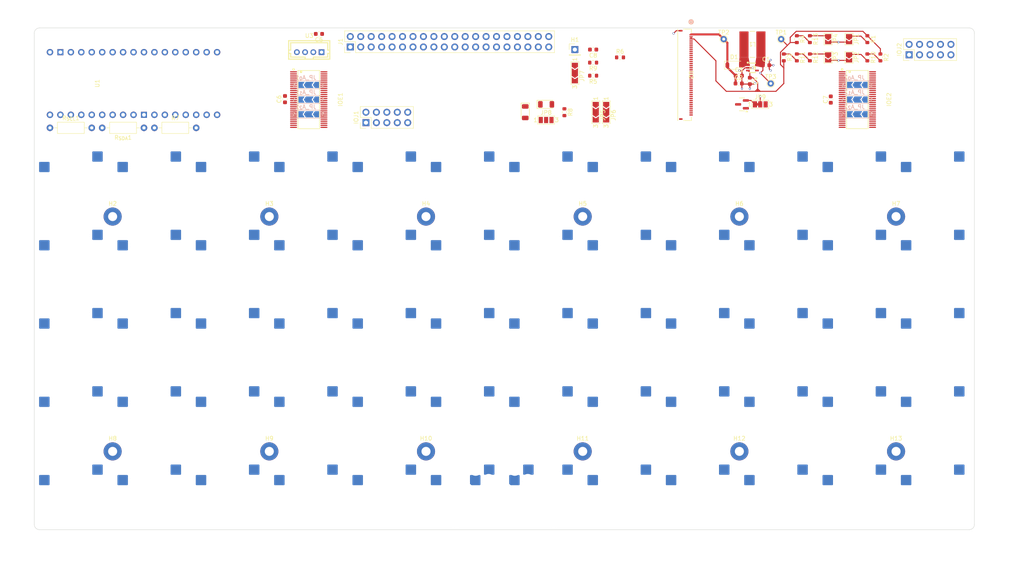
<source format=kicad_pcb>
(kicad_pcb
	(version 20241229)
	(generator "pcbnew")
	(generator_version "9.0")
	(general
		(thickness 1.6)
		(legacy_teardrops no)
	)
	(paper "A4")
	(layers
		(0 "F.Cu" signal)
		(4 "In1.Cu" signal)
		(6 "In2.Cu" signal)
		(2 "B.Cu" signal)
		(9 "F.Adhes" user "F.Adhesive")
		(11 "B.Adhes" user "B.Adhesive")
		(13 "F.Paste" user)
		(15 "B.Paste" user)
		(5 "F.SilkS" user "F.Silkscreen")
		(7 "B.SilkS" user "B.Silkscreen")
		(1 "F.Mask" user)
		(3 "B.Mask" user)
		(17 "Dwgs.User" user "User.Drawings")
		(19 "Cmts.User" user "User.Comments")
		(21 "Eco1.User" user "User.Eco1")
		(23 "Eco2.User" user "User.Eco2")
		(25 "Edge.Cuts" user)
		(27 "Margin" user)
		(31 "F.CrtYd" user "F.Courtyard")
		(29 "B.CrtYd" user "B.Courtyard")
		(35 "F.Fab" user)
		(33 "B.Fab" user)
		(39 "User.1" user)
		(41 "User.2" user)
		(43 "User.3" user)
		(45 "User.4" user)
		(47 "User.5" user)
		(49 "User.6" user)
		(51 "User.7" user)
		(53 "User.8" user)
		(55 "User.9" user)
	)
	(setup
		(stackup
			(layer "F.SilkS"
				(type "Top Silk Screen")
			)
			(layer "F.Paste"
				(type "Top Solder Paste")
			)
			(layer "F.Mask"
				(type "Top Solder Mask")
				(thickness 0.01)
			)
			(layer "F.Cu"
				(type "copper")
				(thickness 0.035)
			)
			(layer "dielectric 1"
				(type "prepreg")
				(thickness 0.1)
				(material "FR4")
				(epsilon_r 4.5)
				(loss_tangent 0.02)
			)
			(layer "In1.Cu"
				(type "copper")
				(thickness 0.035)
			)
			(layer "dielectric 2"
				(type "core")
				(thickness 1.24)
				(material "FR4")
				(epsilon_r 4.5)
				(loss_tangent 0.02)
			)
			(layer "In2.Cu"
				(type "copper")
				(thickness 0.035)
			)
			(layer "dielectric 3"
				(type "prepreg")
				(thickness 0.1)
				(material "FR4")
				(epsilon_r 4.5)
				(loss_tangent 0.02)
			)
			(layer "B.Cu"
				(type "copper")
				(thickness 0.035)
			)
			(layer "B.Mask"
				(type "Bottom Solder Mask")
				(thickness 0.01)
			)
			(layer "B.Paste"
				(type "Bottom Solder Paste")
			)
			(layer "B.SilkS"
				(type "Bottom Silk Screen")
			)
			(copper_finish "HAL lead-free")
			(dielectric_constraints no)
		)
		(pad_to_mask_clearance 0)
		(allow_soldermask_bridges_in_footprints no)
		(tenting front back)
		(pcbplotparams
			(layerselection 0x00000000_00000000_55555555_5755f5ff)
			(plot_on_all_layers_selection 0x00000000_00000000_00000000_00000000)
			(disableapertmacros no)
			(usegerberextensions no)
			(usegerberattributes yes)
			(usegerberadvancedattributes yes)
			(creategerberjobfile yes)
			(dashed_line_dash_ratio 12.000000)
			(dashed_line_gap_ratio 3.000000)
			(svgprecision 4)
			(plotframeref no)
			(mode 1)
			(useauxorigin no)
			(hpglpennumber 1)
			(hpglpenspeed 20)
			(hpglpendiameter 15.000000)
			(pdf_front_fp_property_popups yes)
			(pdf_back_fp_property_popups yes)
			(pdf_metadata yes)
			(pdf_single_document no)
			(dxfpolygonmode yes)
			(dxfimperialunits yes)
			(dxfusepcbnewfont yes)
			(psnegative no)
			(psa4output no)
			(plot_black_and_white yes)
			(sketchpadsonfab no)
			(plotpadnumbers no)
			(hidednponfab no)
			(sketchdnponfab yes)
			(crossoutdnponfab yes)
			(subtractmaskfromsilk no)
			(outputformat 1)
			(mirror no)
			(drillshape 1)
			(scaleselection 1)
			(outputdirectory "")
		)
	)
	(net 0 "")
	(net 1 "/LEDA_{TFT}")
	(net 2 "/LEDK_{TFT}")
	(net 3 "+3.3V")
	(net 4 "+5V")
	(net 5 "Net-(D2-A)")
	(net 6 "~{RST}")
	(net 7 "/~{RST_{TFT{slash}TP}}")
	(net 8 "/CS_{SPI{slash}TFT}")
	(net 9 "/Switch Matrix Left Half/SWPIN_{4,2}")
	(net 10 "/Switch Matrix Left Half/SWPIN_{0,2}")
	(net 11 "/Switch Matrix Left Half/SWPIN_{1,7}")
	(net 12 "/Switch Matrix Left Half/SWPIN_{3,7}")
	(net 13 "/Switch Matrix Left Half/SWPIN_{4,6}")
	(net 14 "/Switch Matrix Left Half/SWPIN_{3,5}")
	(net 15 "/Switch Matrix Left Half/SWPIN_{4,0}")
	(net 16 "/Switch Matrix Left Half/SWPIN_{2,1}")
	(net 17 "/Switch Matrix Left Half/SWPIN_{0,6}")
	(net 18 "/INT_{LR}")
	(net 19 "/Switch Matrix Left Half/SWPIN_{2,0}")
	(net 20 "/Switch Matrix Left Half/SWPIN_{1,2}")
	(net 21 "/Switch Matrix Left Half/SWPIN_{0,7}")
	(net 22 "/Switch Matrix Left Half/SWPIN_{0,4}")
	(net 23 "/Switch Matrix Left Half/SWPIN_{1,5}")
	(net 24 "/Switch Matrix Left Half/SWPIN_{2,2}")
	(net 25 "/Switch Matrix Left Half/SWPIN_{3,3}")
	(net 26 "/Switch Matrix Left Half/SWPIN_{4,3}")
	(net 27 "Net-(IOE1-A2)")
	(net 28 "/Switch Matrix Left Half/SWPIN_{2,6}")
	(net 29 "/Switch Matrix Left Half/SWPIN_{3,0}")
	(net 30 "/Switch Matrix Left Half/SWPIN_{4,7}")
	(net 31 "/Switch Matrix Left Half/SWPIN_{1,0}")
	(net 32 "Net-(IOE1-A0)")
	(net 33 "/Switch Matrix Left Half/SWPIN_{1,3}")
	(net 34 "/Switch Matrix Left Half/SWPIN_{1,4}")
	(net 35 "/Switch Matrix Left Half/SWPIN_{2,4}")
	(net 36 "/Switch Matrix Left Half/SWPIN_{2,5}")
	(net 37 "Net-(IOE1-A1)")
	(net 38 "/Switch Matrix Left Half/SWPIN_{3,1}")
	(net 39 "SCL")
	(net 40 "/Switch Matrix Left Half/SWPIN_{4,4}")
	(net 41 "/Switch Matrix Left Half/SWPIN_{0,0}")
	(net 42 "/Switch Matrix Left Half/SWPIN_{4,5}")
	(net 43 "/Switch Matrix Left Half/SWPIN_{3,6}")
	(net 44 "/Switch Matrix Left Half/SWPIN_{4,1}")
	(net 45 "/Switch Matrix Left Half/SWPIN_{1,1}")
	(net 46 "/Switch Matrix Left Half/SWPIN_{3,4}")
	(net 47 "/Switch Matrix Left Half/SWPIN_{0,3}")
	(net 48 "/Switch Matrix Left Half/SWPIN_{1,6}")
	(net 49 "/Switch Matrix Left Half/SWPIN_{2,7}")
	(net 50 "/Switch Matrix Left Half/SWPIN_{3,2}")
	(net 51 "SDA")
	(net 52 "/Switch Matrix Left Half/SWPIN_{2,3}")
	(net 53 "/Switch Matrix Left Half/SWPIN_{0,5}")
	(net 54 "/Switch Matrix Left Half/SWPIN_{0,1}")
	(net 55 "/Switch Matrix Right Half/SWPIN_{1,6}")
	(net 56 "/Switch Matrix Right Half/SWPIN_{4,4}")
	(net 57 "/Switch Matrix Right Half/SWPIN_{3,4}")
	(net 58 "Net-(IOE2-A0)")
	(net 59 "/Switch Matrix Right Half/SWPIN_{1,0}")
	(net 60 "/Switch Matrix Right Half/SWPIN_{2,3}")
	(net 61 "/Switch Matrix Right Half/SWPIN_{3,6}")
	(net 62 "Net-(IOE2-A1)")
	(net 63 "/Switch Matrix Right Half/SWPIN_{3,0}")
	(net 64 "/Switch Matrix Right Half/SWPIN_{0,2}")
	(net 65 "/Switch Matrix Right Half/SWPIN_{3,2}")
	(net 66 "/Switch Matrix Right Half/SWPIN_{1,3}")
	(net 67 "/Switch Matrix Right Half/SWPIN_{4,6}")
	(net 68 "/Switch Matrix Right Half/SWPIN_{2,4}")
	(net 69 "/Switch Matrix Right Half/SWPIN_{2,6}")
	(net 70 "/Switch Matrix Right Half/SWPIN_{1,4}")
	(net 71 "/Switch Matrix Right Half/SWPIN_{3,7}")
	(net 72 "/Switch Matrix Right Half/SWPIN_{3,5}")
	(net 73 "/Switch Matrix Right Half/SWPIN_{2,5}")
	(net 74 "/Switch Matrix Right Half/SWPIN_{4,5}")
	(net 75 "/Switch Matrix Right Half/SWPIN_{2,0}")
	(net 76 "unconnected-(U1-VBAT-Pad1)")
	(net 77 "/Switch Matrix Right Half/SWPIN_{4,0}")
	(net 78 "GND")
	(net 79 "/Switch Matrix Right Half/SWPIN_{1,2}")
	(net 80 "/Switch Matrix Right Half/SWPIN_{0,3}")
	(net 81 "/Switch Matrix Right Half/SWPIN_{0,7}")
	(net 82 "Net-(IOE2-A2)")
	(net 83 "/Switch Matrix Right Half/SWPIN_{2,2}")
	(net 84 "/Switch Matrix Right Half/SWPIN_{0,1}")
	(net 85 "/Switch Matrix Right Half/SWPIN_{0,4}")
	(net 86 "/Switch Matrix Right Half/SWPIN_{4,7}")
	(net 87 "/Switch Matrix Right Half/SWPIN_{0,0}")
	(net 88 "/Switch Matrix Right Half/SWPIN_{4,3}")
	(net 89 "/Switch Matrix Right Half/SWPIN_{2,7}")
	(net 90 "/Switch Matrix Right Half/SWPIN_{1,1}")
	(net 91 "/Switch Matrix Right Half/SWPIN_{0,5}")
	(net 92 "/Switch Matrix Right Half/SWPIN_{4,2}")
	(net 93 "/Switch Matrix Right Half/SWPIN_{0,6}")
	(net 94 "/Switch Matrix Right Half/SWPIN_{3,1}")
	(net 95 "/G5")
	(net 96 "/Switch Matrix Right Half/SWPIN_{2,1}")
	(net 97 "/Switch Matrix Right Half/SWPIN_{1,7}")
	(net 98 "/Switch Matrix Right Half/SWPIN_{4,1}")
	(net 99 "/Switch Matrix Right Half/SWPIN_{1,5}")
	(net 100 "/R1")
	(net 101 "/R5")
	(net 102 "/B1")
	(net 103 "/G2")
	(net 104 "/Switch Matrix Right Half/SWPIN_{3,3}")
	(net 105 "/SCK_{SPI}")
	(net 106 "/HSYNC_{TFT}")
	(net 107 "/B4")
	(net 108 "/G4")
	(net 109 "/MOSI_{SPI}")
	(net 110 "/IM0")
	(net 111 "+3.3V_{LDO2}")
	(net 112 "/G3")
	(net 113 "/DE_{TFT}")
	(net 114 "/IM1")
	(net 115 "/G1")
	(net 116 "/B2")
	(net 117 "/G0")
	(net 118 "/INT_{TP}")
	(net 119 "/R3")
	(net 120 "Net-(J1-Pin_12)")
	(net 121 "/R2")
	(net 122 "/VSYNC_{TFT}")
	(net 123 "Net-(JP1-A)")
	(net 124 "/B5")
	(net 125 "Net-(JP2-A)")
	(net 126 "/R4")
	(net 127 "Net-(JP3-A)")
	(net 128 "Net-(JP4-A)")
	(net 129 "/B3")
	(net 130 "/INT_{TP}{slash}~{RST_{TFT{slash}TP}}")
	(net 131 "Net-(JP9-A)")
	(net 132 "Net-(Q1-G)")
	(net 133 "/PCLK_{TFT}")
	(net 134 "/BGPWM_{TFT}")
	(net 135 "Net-(R10-Pad1)")
	(net 136 "Net-(R11-Pad2)")
	(net 137 "Net-(R13-Pad2)")
	(net 138 "Net-(R11-Pad1)")
	(net 139 "Net-(JP7-C)")
	(net 140 "/Backlight Boost Converter/VIN_{BST}")
	(net 141 "/Backlight Boost Converter/SW_{BST}")
	(footprint "easyeda2kicad:TSSOP-56_L14.0-W6.1-P0.50-LS8.1-BL" (layer "F.Cu") (at 226.17 55.98 -90))
	(footprint "MountingHole:MountingHole_2.2mm_M2_Pad" (layer "F.Cu") (at 197.485 141.605))
	(footprint "easyeda2kicad:TSSOP-56_L14.0-W6.1-P0.50-LS8.1-BL" (layer "F.Cu") (at 92.77 55.99 -90))
	(footprint "Resistor_SMD:R_0603_1608Metric" (layer "F.Cu") (at 214.63 41.275 -90))
	(footprint "Project_Library:CONN_F3311A7H121040E200_AMP" (layer "F.Cu") (at 184.15 49.975 -90))
	(footprint "easyeda2kicad:CONN-TH_B4B-PH-K-LF-SN" (layer "F.Cu") (at 92.885 44.45))
	(footprint "Capacitor_SMD:C_0603_1608Metric" (layer "F.Cu") (at 203.975 47.625))
	(footprint "Resistor_SMD:R_0603_1608Metric" (layer "F.Cu") (at 211.455 41.275 -90))
	(footprint "TestPoint:TestPoint_THTPad_D1.5mm_Drill0.7mm" (layer "F.Cu") (at 207.645 41.275))
	(footprint "Resistor_THT:R_Axial_DIN0207_L6.3mm_D2.5mm_P10.16mm_Horizontal" (layer "F.Cu") (at 55.245 62.865))
	(footprint "Resistor_SMD:R_0603_1608Metric" (layer "F.Cu") (at 168.465 45.72))
	(footprint "Connector_PinHeader_2.54mm:PinHeader_2x05_P2.54mm_Vertical" (layer "F.Cu") (at 106.68 61.6 90))
	(footprint "Project_Library:IND_BOURNS_SRR5028" (layer "F.Cu") (at 200.66 42.545 180))
	(footprint "MountingHole:MountingHole_2.2mm_M2_Pad" (layer "F.Cu") (at 121.285 84.455))
	(footprint "UnexpectedMaker:ProS3_TH" (layer "F.Cu") (at 50.165 52.05 90))
	(footprint "Diode_SMD:D_SOD-123" (layer "F.Cu") (at 196.215 47.625))
	(footprint "Resistor_SMD:R_0603_1608Metric" (layer "F.Cu") (at 211.455 45.72 -90))
	(footprint "Resistor_SMD:R_0603_1608Metric" (layer "F.Cu") (at 228.6 41.275 -90))
	(footprint "Connector_PinHeader_2.54mm:PinHeader_1x01_P2.54mm_Vertical" (layer "F.Cu") (at 157.48 43.815))
	(footprint "MountingHole:MountingHole_2.2mm_M2_Pad" (layer "F.Cu") (at 45.085 84.455))
	(footprint "Resistor_SMD:R_0603_1608Metric" (layer "F.Cu") (at 154.94 59.055 -90))
	(footprint "Jumper:SolderJumper-2_P1.3mm_Open_TrianglePad1.0x1.5mm" (layer "F.Cu") (at 224.155 41.275 -90))
	(footprint "MountingHole:MountingHole_2.2mm_M2_Pad" (layer "F.Cu") (at 83.185 141.605))
	(footprint "Jumper:SolderJumper-2_P1.3mm_Open_TrianglePad1.0x1.5mm" (layer "F.Cu") (at 224.155 45.72 -90))
	(footprint "Capacitor_SMD:C_0603_1608Metric" (layer "F.Cu") (at 219.71 55.98 90))
	(footprint "Resistor_THT:R_Axial_DIN0207_L6.3mm_D2.5mm_P10.16mm_Horizontal" (layer "F.Cu") (at 29.845 62.865))
	(footprint "PCM_JLCPCB:Q_SOT-23" (layer "F.Cu") (at 198.12 57.15 180))
	(footprint "Jumper:SolderJumper-3_P1.3mm_Open_Pad1.0x1.5mm_NumberLabels" (layer "F.Cu") (at 150.495 60.96))
	(footprint "MountingHole:MountingHole_2.2mm_M2_Pad" (layer "F.Cu") (at 159.385 84.455))
	(footprint "Jumper:SolderJumper-2_P1.3mm_Open_TrianglePad1.0x1.5mm" (layer "F.Cu") (at 219.075 45.72 -90))
	(footprint "MountingHole:MountingHole_2.2mm_M2_Pad" (layer "F.Cu") (at 235.585 84.455))
	(footprint "Resistor_SMD:R_0603_1608Metric" (layer "F.Cu") (at 208.28 45.72 -90))
	(footprint "Jumper:SolderJumper-2_P1.3mm_Open_TrianglePad1.0x1.5mm" (layer "F.Cu") (at 219.075 41.275 -90))
	(footprint "PCM_JLCPCB:D_SOD-123FL" (layer "F.Cu") (at 145.415 59.055 -90))
	(footprint "Resistor_SMD:R_0603_1608Metric"
		(layer "F.Cu")
		(uuid "94b58f35-dc6e-4854-b9bc-c8f92f6a87af")
		(at 231.775 45.72 -90)
		(descr "Resistor SMD 0603 (1608 Metric), square (rectangular) end terminal, IPC-7351 nominal, (Body size source: IPC-SM-782 page 72, https://www.pcb-3d.com/wordpress/wp-content/uploads/ipc-sm-782a_amendment_1_and_2.pdf), generated with kicad-footprint-generator")
		(tags "resistor")
		(property "Reference" "R2"
			(at 0 -1.43 90)
			(layer "F.SilkS")
			(uuid "042f0d98-1a2e-478a-96c6-c3626378b53a")
			(effects
				(font
					(size 1 1)
					(thickness 0.15)
				)
			)
		)
		(property "Value" "20 Ohm"
			(at 0 1.43 90)
			(layer "F.Fab")
			(uuid "116e6338-158d-4e2a-8b93-de31b57d2a5d")
			(effects
				(font
					(size 1 1)
					(thickness 0.15)
				)
			)
		)
		(property "Datasheet" "~"
			(at 0 0 90)
			(layer "F.Fab")
			(hide yes)
			(uuid "c8cb7783-45f9-45ea-ad15-07e692b9fee5")
			(effects
				(font
					(size 1.27 1.27)
					(thickness 0.15)
				)
			)
		)
		(property "Description" "Resistor"
			(at 0 0 90)
			(layer "F.Fab")
			(hide yes)
			(uuid "8c6cd404-fea5-4054-8257-77977a8d902d")
			(effects
				(font
					(size 1.27 1.27)
					(thickness 0.15)
				)
			)
		)
		(property "LCSC" ""
			(at 0 0 90)
			(layer "F.SilkS")
			(hide yes)
			(uuid "4292f85d-c8e0-4f0e-9d0f-21108b697875")
			(effects
				(font
					(size 1.27 1.27)
					(thickness 0.15)
				)
			)
		)
		(property ki_fp_filters "R_*")
		(path "/628f2de5-a5de-421c-af90-8153f9f7644b/22abb952-478a-46a0-ada1-733d1b8a97b5")
		(sheetname "/Backlight Boost Converter/")
		(sheetfile "backlight_boost_converter.kicad_sch")
		(attr smd)
		(fp_line
			(start -0.237258 0.5225)
			(end 0.237258 0.5225)
			(stroke
				(width 0.12)
				(type solid)
			)
			(layer "F.SilkS")
			(uuid "f941ef98-b5f4-4475-bc23-6ae9ba3efb5d")
		)
		(fp_line
			(start -0.237258 -0.5225)
			(end 0.237258 -0.5225)
			(stroke
				(width 0.12)
				(type solid)
			)
			(layer "F.SilkS")
			(uuid "6885c2c4-4ae2-4a8a-8299-1ada162b06f8")
		)
		(fp_line
			(start -1.48 0.73)
			(end -1.48 -0.73)
			(stroke
				(width 0.05)
				(type solid)
			)
			(layer "F.CrtYd")
			(uuid "801a5bfe-1fe3-47b6-b7ae-415b0c2ddce4")
		)
		(fp_line
			(start 1.48 0.73)
			(end -1.48 0.73)
			(stroke
				(width 0.05)
				(type solid)
			)
			(layer "F.CrtYd")
			(uuid "f6eebaee-b194-41b2-b05d-65841cf32eb6")
		)
		(fp_line
			(start -1.48 -0.73)
			(end 1.48 -0.73)
			(stroke
				(width 0.05)
				(type solid)
			)
			(layer "F.CrtYd")
	
... [1232128 chars truncated]
</source>
